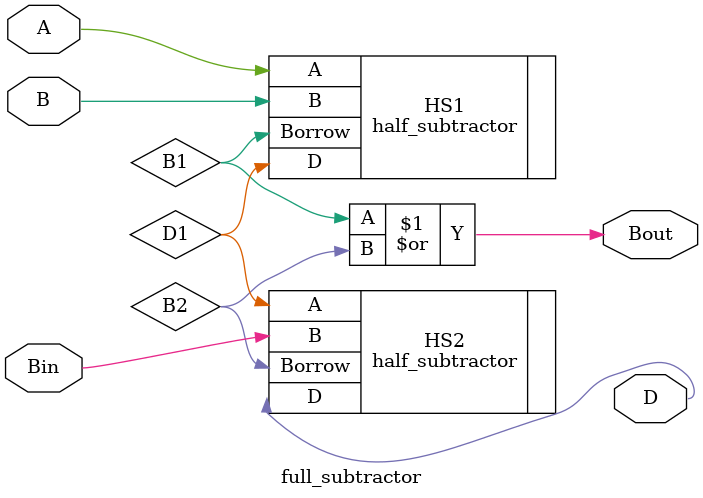
<source format=v>
module full_subtractor(
    input A, B, Bin,
    output D, Bout
);
    wire D1, B1, B2;
    // First Half Subtractor
    half_subtractor HS1 (
        .A(A),
        .B(B),
        .D(D1),
        .Borrow(B1)
    );
    // Second Half Subtractor
    half_subtractor HS2 (
        .A(D1),
        .B(Bin),
        .D(D),
        .Borrow(B2)
    );
    // Borrow out
    assign Bout = B1 | B2;
endmodule

</source>
